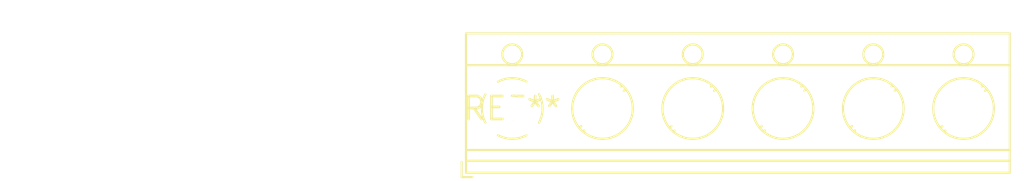
<source format=kicad_pcb>
(kicad_pcb (version 20240108) (generator pcbnew)
  (layers (0 "F.Cu" signal) (31 "B.Cu" signal) (34 "B.Paste" user) (35 "F.Paste" user) (36 "B.SilkS" user "B.Silkscreen") (37 "F.SilkS" user "F.Silkscreen") (38 "B.Mask" user) (39 "F.Mask" user) (44 "Edge.Cuts" user))
  (net 0 "")
  (footprint "TerminalBlock_RND_205-00016_1x06_P5.00mm_Horizontal" (layer "F.Cu") (at 0 0)
    (property "Reference" "REF**")
    (property "Value" "TerminalBlock_RND_205-00016_1x06_P5.00mm_Horizontal")
    (fp_line (start -2.8 2.96) (end -2.8 3.8) (layer "F.SilkS") (stroke (width 0.12)))
    (fp_line (start -2.8 3.8) (end -2.2 3.8) (layer "F.SilkS") (stroke (width 0.12)))
    (fp_line (start -2.56 -4.16) (end -2.56 3.561) (layer "F.SilkS") (stroke (width 0.12)))
    (fp_line (start -2.56 -4.16) (end 27.56 -4.16) (layer "F.SilkS") (stroke (width 0.12)))
    (fp_line (start -2.56 -2.4) (end 27.56 -2.4) (layer "F.SilkS") (stroke (width 0.12)))
    (fp_line (start -2.56 2.3) (end 27.56 2.3) (layer "F.SilkS") (stroke (width 0.12)))
    (fp_line (start -2.56 2.9) (end 27.56 2.9) (layer "F.SilkS") (stroke (width 0.12)))
    (fp_line (start -2.56 3.561) (end 27.56 3.561) (layer "F.SilkS") (stroke (width 0.12)))
    (fp_line (start 3.82 0.976) (end 3.726 1.069) (layer "F.SilkS") (stroke (width 0.12)))
    (fp_line (start 3.99 1.216) (end 3.931 1.274) (layer "F.SilkS") (stroke (width 0.12)))
    (fp_line (start 6.07 -1.275) (end 6.011 -1.216) (layer "F.SilkS") (stroke (width 0.12)))
    (fp_line (start 6.275 -1.069) (end 6.181 -0.976) (layer "F.SilkS") (stroke (width 0.12)))
    (fp_line (start 8.82 0.976) (end 8.726 1.069) (layer "F.SilkS") (stroke (width 0.12)))
    (fp_line (start 8.99 1.216) (end 8.931 1.274) (layer "F.SilkS") (stroke (width 0.12)))
    (fp_line (start 11.07 -1.275) (end 11.011 -1.216) (layer "F.SilkS") (stroke (width 0.12)))
    (fp_line (start 11.275 -1.069) (end 11.181 -0.976) (layer "F.SilkS") (stroke (width 0.12)))
    (fp_line (start 13.82 0.976) (end 13.726 1.069) (layer "F.SilkS") (stroke (width 0.12)))
    (fp_line (start 13.99 1.216) (end 13.931 1.274) (layer "F.SilkS") (stroke (width 0.12)))
    (fp_line (start 16.07 -1.275) (end 16.011 -1.216) (layer "F.SilkS") (stroke (width 0.12)))
    (fp_line (start 16.275 -1.069) (end 16.181 -0.976) (layer "F.SilkS") (stroke (width 0.12)))
    (fp_line (start 18.82 0.976) (end 18.726 1.069) (layer "F.SilkS") (stroke (width 0.12)))
    (fp_line (start 18.99 1.216) (end 18.931 1.274) (layer "F.SilkS") (stroke (width 0.12)))
    (fp_line (start 21.07 -1.275) (end 21.011 -1.216) (layer "F.SilkS") (stroke (width 0.12)))
    (fp_line (start 21.275 -1.069) (end 21.181 -0.976) (layer "F.SilkS") (stroke (width 0.12)))
    (fp_line (start 23.82 0.976) (end 23.726 1.069) (layer "F.SilkS") (stroke (width 0.12)))
    (fp_line (start 23.99 1.216) (end 23.931 1.274) (layer "F.SilkS") (stroke (width 0.12)))
    (fp_line (start 26.07 -1.275) (end 26.011 -1.216) (layer "F.SilkS") (stroke (width 0.12)))
    (fp_line (start 26.275 -1.069) (end 26.181 -0.976) (layer "F.SilkS") (stroke (width 0.12)))
    (fp_line (start 27.56 -4.16) (end 27.56 3.561) (layer "F.SilkS") (stroke (width 0.12)))
    (fp_arc (start -1.483953 0.789089) (mid -1.680708 5e-05) (end -1.484 -0.789) (layer "F.SilkS") (stroke (width 0.12)))
    (fp_arc (start -0.789089 -1.483953) (mid -5e-05 -1.680708) (end 0.789 -1.484) (layer "F.SilkS") (stroke (width 0.12)))
    (fp_arc (start 0.029383 1.68045) (mid -0.392304 1.634281) (end -0.789 1.484) (layer "F.SilkS") (stroke (width 0.12)))
    (fp_arc (start 0.788712 1.483352) (mid 0.406429 1.630097) (end 0 1.68) (layer "F.SilkS") (stroke (width 0.12)))
    (fp_arc (start 1.483953 -0.789089) (mid 1.680708 -5e-05) (end 1.484 0.789) (layer "F.SilkS") (stroke (width 0.12)))
    (fp_circle (center 0 -3) (end 0.55 -3) (layer "F.SilkS") (stroke (width 0.12)) (fill none))
    (fp_circle (center 5 -3) (end 5.55 -3) (layer "F.SilkS") (stroke (width 0.12)) (fill none))
    (fp_circle (center 5 0) (end 6.68 0) (layer "F.SilkS") (stroke (width 0.12)) (fill none))
    (fp_circle (center 10 -3) (end 10.55 -3) (layer "F.SilkS") (stroke (width 0.12)) (fill none))
    (fp_circle (center 10 0) (end 11.68 0) (layer "F.SilkS") (stroke (width 0.12)) (fill none))
    (fp_circle (center 15 -3) (end 15.55 -3) (layer "F.SilkS") (stroke (width 0.12)) (fill none))
    (fp_circle (center 15 0) (end 16.68 0) (layer "F.SilkS") (stroke (width 0.12)) (fill none))
    (fp_circle (center 20 -3) (end 20.55 -3) (layer "F.SilkS") (stroke (width 0.12)) (fill none))
    (fp_circle (center 20 0) (end 21.68 0) (layer "F.SilkS") (stroke (width 0.12)) (fill none))
    (fp_circle (center 25 -3) (end 25.55 -3) (layer "F.SilkS") (stroke (width 0.12)) (fill none))
    (fp_circle (center 25 0) (end 26.68 0) (layer "F.SilkS") (stroke (width 0.12)) (fill none))
    (pad "1" thru_hole rect (at 0 0) (size 2.5 2.5) (drill 1.3) (layers *.Cu *.Mask) (remove_unused_layers))
    (pad "2" thru_hole circle (at 5 0) (size 2.5 2.5) (drill 1.3) (layers *.Cu *.Mask) (remove_unused_layers))
    (pad "3" thru_hole circle (at 10 0) (size 2.5 2.5) (drill 1.3) (layers *.Cu *.Mask) (remove_unused_layers))
    (pad "4" thru_hole circle (at 15 0) (size 2.5 2.5) (drill 1.3) (layers *.Cu *.Mask) (remove_unused_layers))
    (pad "5" thru_hole circle (at 20 0) (size 2.5 2.5) (drill 1.3) (layers *.Cu *.Mask) (remove_unused_layers))
    (pad "6" thru_hole circle (at 25 0) (size 2.5 2.5) (drill 1.3) (layers *.Cu *.Mask) (remove_unused_layers))
  )
)
</source>
